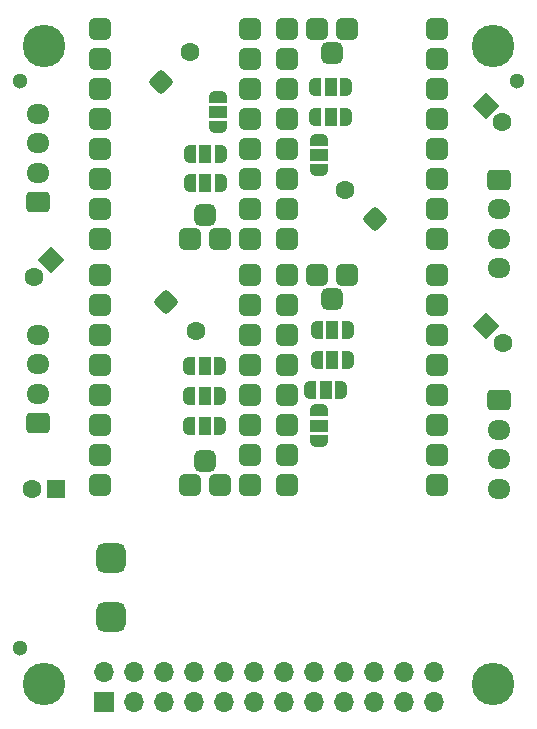
<source format=gbr>
G04 #@! TF.GenerationSoftware,KiCad,Pcbnew,(5.99.0-11678-ga208dac8d8)*
G04 #@! TF.CreationDate,2021-08-12T16:35:18+03:00*
G04 #@! TF.ProjectId,StepperDriverModuleCarrier,53746570-7065-4724-9472-697665724d6f,rev?*
G04 #@! TF.SameCoordinates,Original*
G04 #@! TF.FileFunction,Soldermask,Bot*
G04 #@! TF.FilePolarity,Negative*
%FSLAX46Y46*%
G04 Gerber Fmt 4.6, Leading zero omitted, Abs format (unit mm)*
G04 Created by KiCad (PCBNEW (5.99.0-11678-ga208dac8d8)) date 2021-08-12 16:35:18*
%MOMM*%
%LPD*%
G01*
G04 APERTURE LIST*
G04 Aperture macros list*
%AMRoundRect*
0 Rectangle with rounded corners*
0 $1 Rounding radius*
0 $2 $3 $4 $5 $6 $7 $8 $9 X,Y pos of 4 corners*
0 Add a 4 corners polygon primitive as box body*
4,1,4,$2,$3,$4,$5,$6,$7,$8,$9,$2,$3,0*
0 Add four circle primitives for the rounded corners*
1,1,$1+$1,$2,$3*
1,1,$1+$1,$4,$5*
1,1,$1+$1,$6,$7*
1,1,$1+$1,$8,$9*
0 Add four rect primitives between the rounded corners*
20,1,$1+$1,$2,$3,$4,$5,0*
20,1,$1+$1,$4,$5,$6,$7,0*
20,1,$1+$1,$6,$7,$8,$9,0*
20,1,$1+$1,$8,$9,$2,$3,0*%
%AMRotRect*
0 Rectangle, with rotation*
0 The origin of the aperture is its center*
0 $1 length*
0 $2 width*
0 $3 Rotation angle, in degrees counterclockwise*
0 Add horizontal line*
21,1,$1,$2,0,0,$3*%
%AMFreePoly0*
4,1,22,0.550000,-0.750000,0.000000,-0.750000,0.000000,-0.745033,-0.079941,-0.743568,-0.215256,-0.701293,-0.333266,-0.622738,-0.424486,-0.514219,-0.481581,-0.384460,-0.499164,-0.250000,-0.500000,-0.250000,-0.500000,0.250000,-0.499164,0.250000,-0.499963,0.256109,-0.478152,0.396186,-0.417904,0.524511,-0.324060,0.630769,-0.204165,0.706417,-0.067858,0.745374,0.000000,0.744959,0.000000,0.750000,
0.550000,0.750000,0.550000,-0.750000,0.550000,-0.750000,$1*%
%AMFreePoly1*
4,1,20,0.000000,0.744959,0.073905,0.744508,0.209726,0.703889,0.328688,0.626782,0.421226,0.519385,0.479903,0.390333,0.500000,0.250000,0.500000,-0.250000,0.499851,-0.262216,0.476331,-0.402017,0.414519,-0.529596,0.319384,-0.634700,0.198574,-0.708877,0.061801,-0.746166,0.000000,-0.745033,0.000000,-0.750000,-0.550000,-0.750000,-0.550000,0.750000,0.000000,0.750000,0.000000,0.744959,
0.000000,0.744959,$1*%
G04 Aperture macros list end*
%ADD10RoundRect,0.250000X0.725000X-0.600000X0.725000X0.600000X-0.725000X0.600000X-0.725000X-0.600000X0*%
%ADD11O,1.950000X1.700000*%
%ADD12RoundRect,0.499700X-0.450300X-0.450300X0.450300X-0.450300X0.450300X0.450300X-0.450300X0.450300X0*%
%ADD13RoundRect,0.600400X-0.349600X-0.349600X0.349600X-0.349600X0.349600X0.349600X-0.349600X0.349600X0*%
%ADD14C,3.600000*%
%ADD15C,1.300000*%
%ADD16R,1.600000X1.600000*%
%ADD17C,1.600000*%
%ADD18RoundRect,0.625000X-0.625000X0.625000X-0.625000X-0.625000X0.625000X-0.625000X0.625000X0.625000X0*%
%ADD19RotRect,1.600000X1.600000X315.000000*%
%ADD20RoundRect,0.329600X-0.665246X0.000000X0.000000X-0.665246X0.665246X0.000000X0.000000X0.665246X0*%
%ADD21RoundRect,0.499700X0.450300X0.450300X-0.450300X0.450300X-0.450300X-0.450300X0.450300X-0.450300X0*%
%ADD22RoundRect,0.600400X0.349600X0.349600X-0.349600X0.349600X-0.349600X-0.349600X0.349600X-0.349600X0*%
%ADD23RotRect,1.600000X1.600000X225.000000*%
%ADD24RoundRect,0.329600X0.665246X0.000000X0.000000X0.665246X-0.665246X0.000000X0.000000X-0.665246X0*%
%ADD25RoundRect,0.250000X-0.725000X0.600000X-0.725000X-0.600000X0.725000X-0.600000X0.725000X0.600000X0*%
%ADD26R,1.700000X1.700000*%
%ADD27O,1.700000X1.700000*%
%ADD28RoundRect,0.329600X0.000000X-0.665246X0.665246X0.000000X0.000000X0.665246X-0.665246X0.000000X0*%
%ADD29FreePoly0,90.000000*%
%ADD30R,1.500000X1.000000*%
%ADD31FreePoly1,90.000000*%
%ADD32FreePoly0,0.000000*%
%ADD33R,1.000000X1.500000*%
%ADD34FreePoly1,0.000000*%
%ADD35FreePoly0,180.000000*%
%ADD36FreePoly1,180.000000*%
%ADD37FreePoly0,270.000000*%
%ADD38FreePoly1,270.000000*%
G04 APERTURE END LIST*
D10*
G04 #@! TO.C,M3*
X102475000Y-84950000D03*
D11*
X102475000Y-82450000D03*
X102475000Y-79950000D03*
X102475000Y-77450000D03*
G04 #@! TD*
D12*
G04 #@! TO.C,A2*
X123550000Y-51560000D03*
X123550000Y-54100000D03*
X123550000Y-56640000D03*
X123550000Y-59180000D03*
X123550000Y-61720000D03*
X123550000Y-64260000D03*
X123550000Y-66800000D03*
X123550000Y-69340000D03*
X136250000Y-69340000D03*
X136250000Y-66800000D03*
X136250000Y-64260000D03*
X136250000Y-61720000D03*
X136250000Y-59180000D03*
X136250000Y-56640000D03*
X136250000Y-54100000D03*
X136250000Y-51560000D03*
X128630000Y-51560000D03*
X126090000Y-51560000D03*
D13*
X127360000Y-53592000D03*
G04 #@! TD*
D14*
G04 #@! TO.C,H4*
X103000000Y-53000000D03*
G04 #@! TD*
D10*
G04 #@! TO.C,M1*
X102475000Y-66250000D03*
D11*
X102475000Y-63750000D03*
X102475000Y-61250000D03*
X102475000Y-58750000D03*
G04 #@! TD*
D15*
G04 #@! TO.C,FD3*
X143000000Y-56000000D03*
G04 #@! TD*
D16*
G04 #@! TO.C,C15*
X104000000Y-90550000D03*
D17*
X102000000Y-90550000D03*
G04 #@! TD*
D18*
G04 #@! TO.C,J2*
X108650000Y-96350000D03*
D17*
X108650000Y-96350000D03*
X108650000Y-101350000D03*
D18*
X108650000Y-101350000D03*
G04 #@! TD*
D19*
G04 #@! TO.C,C13*
X140374634Y-58074634D03*
D17*
X141788848Y-59488848D03*
G04 #@! TD*
D20*
G04 #@! TO.C,C41*
X113362563Y-74662563D03*
D17*
X115837437Y-77137437D03*
G04 #@! TD*
D21*
G04 #@! TO.C,A3*
X120450000Y-90190000D03*
X120450000Y-87650000D03*
X120450000Y-85110000D03*
X120450000Y-82570000D03*
X120450000Y-80030000D03*
X120450000Y-77490000D03*
X120450000Y-74950000D03*
X120450000Y-72410000D03*
X107750000Y-72410000D03*
X107750000Y-74950000D03*
X107750000Y-77490000D03*
X107750000Y-80030000D03*
X107750000Y-82570000D03*
X107750000Y-85110000D03*
X107750000Y-87650000D03*
X107750000Y-90190000D03*
X115370000Y-90190000D03*
X117910000Y-90190000D03*
D22*
X116640000Y-88158000D03*
G04 #@! TD*
D23*
G04 #@! TO.C,C7*
X103572366Y-71120634D03*
D17*
X102158152Y-72534848D03*
G04 #@! TD*
D21*
G04 #@! TO.C,A1*
X120450000Y-69340000D03*
X120450000Y-66800000D03*
X120450000Y-64260000D03*
X120450000Y-61720000D03*
X120450000Y-59180000D03*
X120450000Y-56640000D03*
X120450000Y-54100000D03*
X120450000Y-51560000D03*
X107750000Y-51560000D03*
X107750000Y-54100000D03*
X107750000Y-56640000D03*
X107750000Y-59180000D03*
X107750000Y-61720000D03*
X107750000Y-64260000D03*
X107750000Y-66800000D03*
X107750000Y-69340000D03*
X115370000Y-69340000D03*
X117910000Y-69340000D03*
D22*
X116640000Y-67308000D03*
G04 #@! TD*
D14*
G04 #@! TO.C,H2*
X141000000Y-107000000D03*
G04 #@! TD*
G04 #@! TO.C,H3*
X141000000Y-53000000D03*
G04 #@! TD*
D12*
G04 #@! TO.C,A4*
X123550000Y-72410000D03*
X123550000Y-74950000D03*
X123550000Y-77490000D03*
X123550000Y-80030000D03*
X123550000Y-82570000D03*
X123550000Y-85110000D03*
X123550000Y-87650000D03*
X123550000Y-90190000D03*
X136250000Y-90190000D03*
X136250000Y-87650000D03*
X136250000Y-85110000D03*
X136250000Y-82570000D03*
X136250000Y-80030000D03*
X136250000Y-77490000D03*
X136250000Y-74950000D03*
X136250000Y-72410000D03*
X128630000Y-72410000D03*
X126090000Y-72410000D03*
D13*
X127360000Y-74442000D03*
G04 #@! TD*
D15*
G04 #@! TO.C,FD2*
X101000000Y-56000000D03*
G04 #@! TD*
G04 #@! TO.C,FD1*
X101000000Y-104000000D03*
G04 #@! TD*
D24*
G04 #@! TO.C,C39*
X130987437Y-67687437D03*
D17*
X128512563Y-65212563D03*
G04 #@! TD*
D25*
G04 #@! TO.C,M4*
X141525000Y-83000000D03*
D11*
X141525000Y-85500000D03*
X141525000Y-88000000D03*
X141525000Y-90500000D03*
G04 #@! TD*
D14*
G04 #@! TO.C,H1*
X103000000Y-107000000D03*
G04 #@! TD*
D19*
G04 #@! TO.C,C17*
X140422634Y-76708634D03*
D17*
X141836848Y-78122848D03*
G04 #@! TD*
D25*
G04 #@! TO.C,M2*
X141525000Y-64350000D03*
D11*
X141525000Y-66850000D03*
X141525000Y-69350000D03*
X141525000Y-71850000D03*
G04 #@! TD*
D26*
G04 #@! TO.C,J1*
X108060001Y-108525000D03*
D27*
X108060001Y-105985000D03*
X110600001Y-108525000D03*
X110600001Y-105985000D03*
X113140001Y-108525000D03*
X113140001Y-105985000D03*
X115680001Y-108525000D03*
X115680001Y-105985000D03*
X118220001Y-108525000D03*
X118220001Y-105985000D03*
X120760001Y-108525000D03*
X120760001Y-105985000D03*
X123300001Y-108525000D03*
X123300001Y-105985000D03*
X125840001Y-108525000D03*
X125840001Y-105985000D03*
X128380001Y-108525000D03*
X128380001Y-105985000D03*
X130920001Y-108525000D03*
X130920001Y-105985000D03*
X133460001Y-108525000D03*
X133460001Y-105985000D03*
X136000001Y-108525000D03*
X136000001Y-105985000D03*
G04 #@! TD*
D28*
G04 #@! TO.C,C42*
X112862563Y-56037437D03*
D17*
X115337437Y-53562563D03*
G04 #@! TD*
D29*
G04 #@! TO.C,JP10*
X117700000Y-59900000D03*
D30*
X117700000Y-58600000D03*
D31*
X117700000Y-57300000D03*
G04 #@! TD*
D32*
G04 #@! TO.C,JP2*
X115350000Y-64650000D03*
D33*
X116650000Y-64650000D03*
D34*
X117950000Y-64650000D03*
G04 #@! TD*
D35*
G04 #@! TO.C,JP13*
X128150000Y-82150000D03*
D33*
X126850000Y-82150000D03*
D36*
X125550000Y-82150000D03*
G04 #@! TD*
D35*
G04 #@! TO.C,JP8*
X128700000Y-77100000D03*
D33*
X127400000Y-77100000D03*
D36*
X126100000Y-77100000D03*
G04 #@! TD*
D37*
G04 #@! TO.C,JP11*
X126250000Y-60950000D03*
D30*
X126250000Y-62250000D03*
D38*
X126250000Y-63550000D03*
G04 #@! TD*
D35*
G04 #@! TO.C,JP9*
X128700000Y-79600000D03*
D33*
X127400000Y-79600000D03*
D36*
X126100000Y-79600000D03*
G04 #@! TD*
D35*
G04 #@! TO.C,JP4*
X128550000Y-56500000D03*
D33*
X127250000Y-56500000D03*
D36*
X125950000Y-56500000D03*
G04 #@! TD*
D32*
G04 #@! TO.C,JP12*
X115300000Y-80100000D03*
D33*
X116600000Y-80100000D03*
D34*
X117900000Y-80100000D03*
G04 #@! TD*
D32*
G04 #@! TO.C,JP3*
X115350000Y-62150000D03*
D33*
X116650000Y-62150000D03*
D34*
X117950000Y-62150000D03*
G04 #@! TD*
D35*
G04 #@! TO.C,JP5*
X128550000Y-59000000D03*
D33*
X127250000Y-59000000D03*
D36*
X125950000Y-59000000D03*
G04 #@! TD*
D32*
G04 #@! TO.C,JP6*
X115300000Y-85150000D03*
D33*
X116600000Y-85150000D03*
D34*
X117900000Y-85150000D03*
G04 #@! TD*
D32*
G04 #@! TO.C,JP7*
X115300000Y-82650000D03*
D33*
X116600000Y-82650000D03*
D34*
X117900000Y-82650000D03*
G04 #@! TD*
D29*
G04 #@! TO.C,JP1*
X126300000Y-86450000D03*
D30*
X126300000Y-85150000D03*
D31*
X126300000Y-83850000D03*
G04 #@! TD*
M02*

</source>
